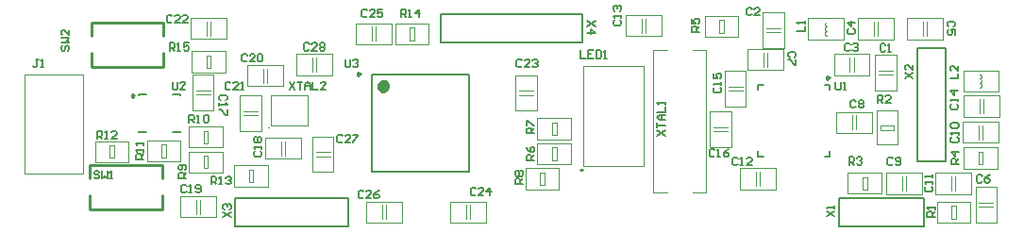
<source format=gto>
G04 Layer_Color=65535*
%FSLAX25Y25*%
%MOIN*%
G70*
G01*
G75*
%ADD31C,0.01000*%
%ADD38C,0.00984*%
%ADD39C,0.00591*%
%ADD40C,0.02362*%
%ADD41C,0.00394*%
%ADD42C,0.00787*%
D31*
X354724Y243110D02*
Y248031D01*
X329134Y243110D02*
X354724D01*
X329134D02*
Y248031D01*
Y253937D02*
Y258858D01*
X354724D01*
Y253937D02*
Y258858D01*
X329626Y304331D02*
Y309252D01*
X355217D01*
Y304331D02*
Y309252D01*
Y293504D02*
Y298425D01*
X329626Y293504D02*
X355217D01*
X329626D02*
Y298425D01*
D38*
X590256Y289665D02*
X589518Y290092D01*
Y289239D01*
X590256Y289665D01*
X503150Y257185D02*
X502362D01*
X503150D01*
X424606Y290945D02*
X423868Y291371D01*
Y290519D01*
X424606Y290945D01*
X344783Y283268D02*
X344045Y283694D01*
Y282841D01*
X344783Y283268D01*
D39*
X392516Y272086D02*
X392520Y272047D01*
X610104Y301213D02*
X609645Y301672D01*
X608727D01*
X608268Y301213D01*
Y299377D01*
X608727Y298917D01*
X609645D01*
X610104Y299377D01*
X611023Y298917D02*
X611941D01*
X611482D01*
Y301672D01*
X611023Y301213D01*
X562959Y313910D02*
X562500Y314369D01*
X561581D01*
X561122Y313910D01*
Y312073D01*
X561581Y311614D01*
X562500D01*
X562959Y312073D01*
X565714Y311614D02*
X563877D01*
X565714Y313451D01*
Y313910D01*
X565255Y314369D01*
X564336D01*
X563877Y313910D01*
X597604Y301410D02*
X597145Y301869D01*
X596227D01*
X595768Y301410D01*
Y299573D01*
X596227Y299114D01*
X597145D01*
X597604Y299573D01*
X598523Y301410D02*
X598982Y301869D01*
X599900D01*
X600359Y301410D01*
Y300951D01*
X599900Y300492D01*
X599441D01*
X599900D01*
X600359Y300032D01*
Y299573D01*
X599900Y299114D01*
X598982D01*
X598523Y299573D01*
X597015Y306955D02*
X596556Y306496D01*
Y305577D01*
X597015Y305118D01*
X598852D01*
X599311Y305577D01*
Y306496D01*
X598852Y306955D01*
X599311Y309251D02*
X596556D01*
X597933Y307873D01*
Y309710D01*
X634186Y307612D02*
X634645Y308071D01*
Y308990D01*
X634186Y309449D01*
X632349D01*
X631890Y308990D01*
Y308071D01*
X632349Y307612D01*
X634645Y304857D02*
Y306694D01*
X633267D01*
X633726Y305775D01*
Y305316D01*
X633267Y304857D01*
X632349D01*
X631890Y305316D01*
Y306235D01*
X632349Y306694D01*
X644258Y254855D02*
X643799Y255314D01*
X642880D01*
X642421Y254855D01*
Y253018D01*
X642880Y252559D01*
X643799D01*
X644258Y253018D01*
X647013Y255314D02*
X646095Y254855D01*
X645176Y253937D01*
Y253018D01*
X645636Y252559D01*
X646554D01*
X647013Y253018D01*
Y253477D01*
X646554Y253937D01*
X645176D01*
X578083Y296884D02*
X578542Y297343D01*
Y298261D01*
X578083Y298721D01*
X576247D01*
X575787Y298261D01*
Y297343D01*
X576247Y296884D01*
X578542Y295966D02*
Y294129D01*
X578083D01*
X576247Y295966D01*
X575787D01*
X599642Y281233D02*
X599183Y281692D01*
X598264D01*
X597805Y281233D01*
Y279396D01*
X598264Y278937D01*
X599183D01*
X599642Y279396D01*
X600560Y281233D02*
X601019Y281692D01*
X601938D01*
X602397Y281233D01*
Y280774D01*
X601938Y280314D01*
X602397Y279855D01*
Y279396D01*
X601938Y278937D01*
X601019D01*
X600560Y279396D01*
Y279855D01*
X601019Y280314D01*
X600560Y280774D01*
Y281233D01*
X601019Y280314D02*
X601938D01*
X612690Y261059D02*
X612231Y261518D01*
X611313D01*
X610853Y261059D01*
Y259222D01*
X611313Y258763D01*
X612231D01*
X612690Y259222D01*
X613609D02*
X614068Y258763D01*
X614986D01*
X615445Y259222D01*
Y261059D01*
X614986Y261518D01*
X614068D01*
X613609Y261059D01*
Y260600D01*
X614068Y260140D01*
X615445D01*
X633629Y268632D02*
X633170Y268173D01*
Y267255D01*
X633629Y266796D01*
X635466D01*
X635925Y267255D01*
Y268173D01*
X635466Y268632D01*
X635925Y269551D02*
Y270469D01*
Y270010D01*
X633170D01*
X633629Y269551D01*
Y271847D02*
X633170Y272306D01*
Y273224D01*
X633629Y273683D01*
X635466D01*
X635925Y273224D01*
Y272306D01*
X635466Y271847D01*
X633629D01*
X624476Y251246D02*
X624017Y250787D01*
Y249869D01*
X624476Y249410D01*
X626312D01*
X626772Y249869D01*
Y250787D01*
X626312Y251246D01*
X626772Y252165D02*
Y253083D01*
Y252624D01*
X624017D01*
X624476Y252165D01*
X626772Y254460D02*
Y255379D01*
Y254920D01*
X624017D01*
X624476Y254460D01*
X557939Y261056D02*
X557480Y261515D01*
X556562D01*
X556102Y261056D01*
Y259219D01*
X556562Y258760D01*
X557480D01*
X557939Y259219D01*
X558857Y258760D02*
X559776D01*
X559317D01*
Y261515D01*
X558857Y261056D01*
X562990Y258760D02*
X561153D01*
X562990Y260596D01*
Y261056D01*
X562531Y261515D01*
X561612D01*
X561153Y261056D01*
X514535Y310006D02*
X514076Y309547D01*
Y308629D01*
X514535Y308169D01*
X516371D01*
X516831Y308629D01*
Y309547D01*
X516371Y310006D01*
X516831Y310924D02*
Y311843D01*
Y311384D01*
X514076D01*
X514535Y310924D01*
Y313220D02*
X514076Y313679D01*
Y314598D01*
X514535Y315057D01*
X514994D01*
X515453Y314598D01*
Y314139D01*
Y314598D01*
X515912Y315057D01*
X516371D01*
X516831Y314598D01*
Y313679D01*
X516371Y313220D01*
X633531Y280380D02*
X633072Y279921D01*
Y279002D01*
X633531Y278543D01*
X635368D01*
X635827Y279002D01*
Y279921D01*
X635368Y280380D01*
X635827Y281298D02*
Y282217D01*
Y281757D01*
X633072D01*
X633531Y281298D01*
X635827Y284972D02*
X633072D01*
X634449Y283594D01*
Y285431D01*
X549869Y286187D02*
X549410Y285728D01*
Y284810D01*
X549869Y284350D01*
X551706D01*
X552165Y284810D01*
Y285728D01*
X551706Y286187D01*
X552165Y287105D02*
Y288024D01*
Y287565D01*
X549410D01*
X549869Y287105D01*
X549410Y291238D02*
Y289401D01*
X550788D01*
X550329Y290320D01*
Y290779D01*
X550788Y291238D01*
X551706D01*
X552165Y290779D01*
Y289860D01*
X551706Y289401D01*
X549770Y264008D02*
X549311Y264468D01*
X548392D01*
X547933Y264008D01*
Y262172D01*
X548392Y261713D01*
X549311D01*
X549770Y262172D01*
X550688Y261713D02*
X551606D01*
X551147D01*
Y264468D01*
X550688Y264008D01*
X554821Y264468D02*
X553902Y264008D01*
X552984Y263090D01*
Y262172D01*
X553443Y261713D01*
X554361D01*
X554821Y262172D01*
Y262631D01*
X554361Y263090D01*
X552984D01*
X377099Y281628D02*
X377558Y282087D01*
Y283005D01*
X377099Y283465D01*
X375262D01*
X374803Y283005D01*
Y282087D01*
X375262Y281628D01*
X374803Y280710D02*
Y279791D01*
Y280250D01*
X377558D01*
X377099Y280710D01*
X377558Y278414D02*
Y276577D01*
X377099D01*
X375262Y278414D01*
X374803D01*
X387468Y263648D02*
X387009Y263189D01*
Y262270D01*
X387468Y261811D01*
X389305D01*
X389764Y262270D01*
Y263189D01*
X389305Y263648D01*
X389764Y264566D02*
Y265484D01*
Y265025D01*
X387009D01*
X387468Y264566D01*
Y266862D02*
X387009Y267321D01*
Y268239D01*
X387468Y268699D01*
X387927D01*
X388386Y268239D01*
X388845Y268699D01*
X389305D01*
X389764Y268239D01*
Y267321D01*
X389305Y266862D01*
X388845D01*
X388386Y267321D01*
X387927Y266862D01*
X387468D01*
X388386Y267321D02*
Y268239D01*
X363254Y251312D02*
X362795Y251771D01*
X361877D01*
X361417Y251312D01*
Y249475D01*
X361877Y249016D01*
X362795D01*
X363254Y249475D01*
X364172Y249016D02*
X365091D01*
X364632D01*
Y251771D01*
X364172Y251312D01*
X366468Y249475D02*
X366927Y249016D01*
X367846D01*
X368305Y249475D01*
Y251312D01*
X367846Y251771D01*
X366927D01*
X366468Y251312D01*
Y250852D01*
X366927Y250393D01*
X368305D01*
X384711Y297579D02*
X384251Y298039D01*
X383333D01*
X382874Y297579D01*
Y295743D01*
X383333Y295284D01*
X384251D01*
X384711Y295743D01*
X387466Y295284D02*
X385629D01*
X387466Y297120D01*
Y297579D01*
X387007Y298039D01*
X386088D01*
X385629Y297579D01*
X388384D02*
X388843Y298039D01*
X389762D01*
X390221Y297579D01*
Y295743D01*
X389762Y295284D01*
X388843D01*
X388384Y295743D01*
Y297579D01*
X378805Y287729D02*
X378346Y288188D01*
X377428D01*
X376969Y287729D01*
Y285892D01*
X377428Y285433D01*
X378346D01*
X378805Y285892D01*
X381560Y285433D02*
X379724D01*
X381560Y287270D01*
Y287729D01*
X381101Y288188D01*
X380183D01*
X379724Y287729D01*
X382478Y285433D02*
X383397D01*
X382938D01*
Y288188D01*
X382478Y287729D01*
X358136Y311351D02*
X357677Y311810D01*
X356758D01*
X356299Y311351D01*
Y309514D01*
X356758Y309055D01*
X357677D01*
X358136Y309514D01*
X360891Y309055D02*
X359054D01*
X360891Y310892D01*
Y311351D01*
X360432Y311810D01*
X359513D01*
X359054Y311351D01*
X363646Y309055D02*
X361809D01*
X363646Y310892D01*
Y311351D01*
X363187Y311810D01*
X362268D01*
X361809Y311351D01*
X481721Y295599D02*
X481262Y296058D01*
X480343D01*
X479884Y295599D01*
Y293762D01*
X480343Y293303D01*
X481262D01*
X481721Y293762D01*
X484476Y293303D02*
X482639D01*
X484476Y295140D01*
Y295599D01*
X484017Y296058D01*
X483098D01*
X482639Y295599D01*
X485394D02*
X485853Y296058D01*
X486772D01*
X487231Y295599D01*
Y295140D01*
X486772Y294681D01*
X486313D01*
X486772D01*
X487231Y294221D01*
Y293762D01*
X486772Y293303D01*
X485853D01*
X485394Y293762D01*
X465419Y250327D02*
X464960Y250786D01*
X464042D01*
X463583Y250327D01*
Y248491D01*
X464042Y248031D01*
X464960D01*
X465419Y248491D01*
X468174Y248031D02*
X466338D01*
X468174Y249868D01*
Y250327D01*
X467715Y250786D01*
X466797D01*
X466338Y250327D01*
X470470Y248031D02*
Y250786D01*
X469093Y249409D01*
X470929D01*
X427026Y313319D02*
X426567Y313779D01*
X425648D01*
X425189Y313319D01*
Y311483D01*
X425648Y311024D01*
X426567D01*
X427026Y311483D01*
X429781Y311024D02*
X427944D01*
X429781Y312860D01*
Y313319D01*
X429321Y313779D01*
X428403D01*
X427944Y313319D01*
X432536Y313779D02*
X430699D01*
Y312401D01*
X431617Y312860D01*
X432077D01*
X432536Y312401D01*
Y311483D01*
X432077Y311024D01*
X431158D01*
X430699Y311483D01*
X425753Y249325D02*
X425294Y249784D01*
X424375D01*
X423916Y249325D01*
Y247488D01*
X424375Y247029D01*
X425294D01*
X425753Y247488D01*
X428508Y247029D02*
X426671D01*
X428508Y248866D01*
Y249325D01*
X428049Y249784D01*
X427131D01*
X426671Y249325D01*
X431263Y249784D02*
X430345Y249325D01*
X429426Y248407D01*
Y247488D01*
X429886Y247029D01*
X430804D01*
X431263Y247488D01*
Y247948D01*
X430804Y248407D01*
X429426D01*
X418372Y269028D02*
X417913Y269487D01*
X416995D01*
X416535Y269028D01*
Y267191D01*
X416995Y266732D01*
X417913D01*
X418372Y267191D01*
X421127Y266732D02*
X419290D01*
X421127Y268569D01*
Y269028D01*
X420668Y269487D01*
X419750D01*
X419290Y269028D01*
X422046Y269487D02*
X423882D01*
Y269028D01*
X422046Y267191D01*
Y266732D01*
X406561Y301508D02*
X406102Y301968D01*
X405184D01*
X404724Y301508D01*
Y299672D01*
X405184Y299213D01*
X406102D01*
X406561Y299672D01*
X409316Y299213D02*
X407479D01*
X409316Y301049D01*
Y301508D01*
X408857Y301968D01*
X407939D01*
X407479Y301508D01*
X410234D02*
X410694Y301968D01*
X411612D01*
X412071Y301508D01*
Y301049D01*
X411612Y300590D01*
X412071Y300131D01*
Y299672D01*
X411612Y299213D01*
X410694D01*
X410234Y299672D01*
Y300131D01*
X410694Y300590D01*
X410234Y301049D01*
Y301508D01*
X410694Y300590D02*
X411612D01*
X578839Y306004D02*
X581595D01*
Y307841D01*
Y308759D02*
Y309677D01*
Y309218D01*
X578839D01*
X579299Y308759D01*
X633072Y289280D02*
X635827D01*
Y291116D01*
Y293871D02*
Y292035D01*
X633990Y293871D01*
X633531D01*
X633072Y293412D01*
Y292494D01*
X633531Y292035D01*
X502460Y299343D02*
Y296588D01*
X504296D01*
X507052Y299343D02*
X505215D01*
Y296588D01*
X507052D01*
X505215Y297966D02*
X506133D01*
X507970Y299343D02*
Y296588D01*
X509347D01*
X509807Y297047D01*
Y298884D01*
X509347Y299343D01*
X507970D01*
X510725Y296588D02*
X511643D01*
X511184D01*
Y299343D01*
X510725Y298884D01*
X627559Y240453D02*
X624804D01*
Y241830D01*
X625263Y242289D01*
X626182D01*
X626641Y241830D01*
Y240453D01*
Y241371D02*
X627559Y242289D01*
Y243208D02*
Y244126D01*
Y243667D01*
X624804D01*
X625263Y243208D01*
X607335Y280713D02*
Y283468D01*
X608712D01*
X609171Y283008D01*
Y282090D01*
X608712Y281631D01*
X607335D01*
X608253D02*
X609171Y280713D01*
X611926D02*
X610090D01*
X611926Y282549D01*
Y283008D01*
X611467Y283468D01*
X610549D01*
X610090Y283008D01*
X597260Y258894D02*
Y261649D01*
X598637D01*
X599096Y261190D01*
Y260271D01*
X598637Y259812D01*
X597260D01*
X598178D02*
X599096Y258894D01*
X600015Y261190D02*
X600474Y261649D01*
X601392D01*
X601852Y261190D01*
Y260730D01*
X601392Y260271D01*
X600933D01*
X601392D01*
X601852Y259812D01*
Y259353D01*
X601392Y258894D01*
X600474D01*
X600015Y259353D01*
X636024Y259154D02*
X633269D01*
Y260531D01*
X633728Y260990D01*
X634646D01*
X635105Y260531D01*
Y259154D01*
Y260072D02*
X636024Y260990D01*
Y263286D02*
X633269D01*
X634646Y261909D01*
Y263745D01*
X544390Y305906D02*
X541635D01*
Y307283D01*
X542094Y307742D01*
X543012D01*
X543471Y307283D01*
Y305906D01*
Y306824D02*
X544390Y307742D01*
X541635Y310497D02*
Y308661D01*
X543012D01*
X542553Y309579D01*
Y310038D01*
X543012Y310497D01*
X543931D01*
X544390Y310038D01*
Y309120D01*
X543931Y308661D01*
X486122Y260531D02*
X483367D01*
Y261909D01*
X483826Y262368D01*
X484745D01*
X485204Y261909D01*
Y260531D01*
Y261450D02*
X486122Y262368D01*
X483367Y265123D02*
X483826Y264205D01*
X484745Y263286D01*
X485663D01*
X486122Y263746D01*
Y264664D01*
X485663Y265123D01*
X485204D01*
X484745Y264664D01*
Y263286D01*
X486024Y269980D02*
X483269D01*
Y271358D01*
X483728Y271817D01*
X484646D01*
X485105Y271358D01*
Y269980D01*
Y270899D02*
X486024Y271817D01*
X483269Y272735D02*
Y274572D01*
X483728D01*
X485565Y272735D01*
X486024D01*
X482087Y252165D02*
X479332D01*
Y253543D01*
X479791Y254002D01*
X480709D01*
X481168Y253543D01*
Y252165D01*
Y253084D02*
X482087Y254002D01*
X479791Y254920D02*
X479332Y255380D01*
Y256298D01*
X479791Y256757D01*
X480250D01*
X480709Y256298D01*
X481168Y256757D01*
X481627D01*
X482087Y256298D01*
Y255380D01*
X481627Y254920D01*
X481168D01*
X480709Y255380D01*
X480250Y254920D01*
X479791D01*
X480709Y255380D02*
Y256298D01*
X363189Y254256D02*
X360434D01*
Y255633D01*
X360893Y256093D01*
X361811D01*
X362271Y255633D01*
Y254256D01*
Y255174D02*
X363189Y256093D01*
X362730Y257011D02*
X363189Y257470D01*
Y258388D01*
X362730Y258848D01*
X360893D01*
X360434Y258388D01*
Y257470D01*
X360893Y257011D01*
X361352D01*
X361811Y257470D01*
Y258848D01*
X364173Y273819D02*
Y276574D01*
X365551D01*
X366010Y276115D01*
Y275196D01*
X365551Y274737D01*
X364173D01*
X365092D02*
X366010Y273819D01*
X366928D02*
X367847D01*
X367387D01*
Y276574D01*
X366928Y276115D01*
X369224D02*
X369683Y276574D01*
X370602D01*
X371061Y276115D01*
Y274278D01*
X370602Y273819D01*
X369683D01*
X369224Y274278D01*
Y276115D01*
X348181Y260827D02*
X345426D01*
Y262204D01*
X345885Y262664D01*
X346804D01*
X347263Y262204D01*
Y260827D01*
Y261745D02*
X348181Y262664D01*
Y263582D02*
Y264500D01*
Y264041D01*
X345426D01*
X345885Y263582D01*
X348181Y265878D02*
Y266796D01*
Y266337D01*
X345426D01*
X345885Y265878D01*
X331693Y268012D02*
Y270767D01*
X333070D01*
X333530Y270308D01*
Y269389D01*
X333070Y268930D01*
X331693D01*
X332611D02*
X333530Y268012D01*
X334448D02*
X335366D01*
X334907D01*
Y270767D01*
X334448Y270308D01*
X338580Y268012D02*
X336744D01*
X338580Y269848D01*
Y270308D01*
X338121Y270767D01*
X337203D01*
X336744Y270308D01*
X372047Y251969D02*
Y254724D01*
X373425D01*
X373884Y254264D01*
Y253346D01*
X373425Y252887D01*
X372047D01*
X372966D02*
X373884Y251969D01*
X374802D02*
X375721D01*
X375261D01*
Y254724D01*
X374802Y254264D01*
X377098D02*
X377557Y254724D01*
X378476D01*
X378935Y254264D01*
Y253805D01*
X378476Y253346D01*
X378016D01*
X378476D01*
X378935Y252887D01*
Y252428D01*
X378476Y251969D01*
X377557D01*
X377098Y252428D01*
X438976Y311024D02*
Y313779D01*
X440354D01*
X440813Y313319D01*
Y312401D01*
X440354Y311942D01*
X438976D01*
X439895D02*
X440813Y311024D01*
X441731D02*
X442650D01*
X442191D01*
Y313779D01*
X441731Y313319D01*
X445405Y311024D02*
Y313779D01*
X444027Y312401D01*
X445864D01*
X357283Y299213D02*
Y301968D01*
X358661D01*
X359120Y301508D01*
Y300590D01*
X358661Y300131D01*
X357283D01*
X358202D02*
X359120Y299213D01*
X360038D02*
X360957D01*
X360498D01*
Y301968D01*
X360038Y301508D01*
X364171Y301968D02*
X362334D01*
Y300590D01*
X363253Y301049D01*
X363712D01*
X364171Y300590D01*
Y299672D01*
X363712Y299213D01*
X362793D01*
X362334Y299672D01*
X332545Y256233D02*
X332086Y256692D01*
X331168D01*
X330709Y256233D01*
Y255774D01*
X331168Y255314D01*
X332086D01*
X332545Y254855D01*
Y254396D01*
X332086Y253937D01*
X331168D01*
X330709Y254396D01*
X333464Y256692D02*
Y253937D01*
X334382Y254855D01*
X335300Y253937D01*
Y256692D01*
X336219Y253937D02*
X337137D01*
X336678D01*
Y256692D01*
X336219Y256233D01*
X319554Y301049D02*
X319095Y300590D01*
Y299672D01*
X319554Y299213D01*
X320014D01*
X320473Y299672D01*
Y300590D01*
X320932Y301049D01*
X321391D01*
X321850Y300590D01*
Y299672D01*
X321391Y299213D01*
X319095Y301968D02*
X321850D01*
X320932Y302886D01*
X321850Y303804D01*
X319095D01*
X321850Y306559D02*
Y304723D01*
X320014Y306559D01*
X319554D01*
X319095Y306100D01*
Y305182D01*
X319554Y304723D01*
X592520Y288188D02*
Y285892D01*
X592979Y285433D01*
X593897D01*
X594356Y285892D01*
Y288188D01*
X595275Y285433D02*
X596193D01*
X595734D01*
Y288188D01*
X595275Y287729D01*
X358268Y288188D02*
Y285892D01*
X358727Y285433D01*
X359645D01*
X360104Y285892D01*
Y288188D01*
X362859Y285433D02*
X361023D01*
X362859Y287270D01*
Y287729D01*
X362400Y288188D01*
X361482D01*
X361023Y287729D01*
X419291Y296062D02*
Y293766D01*
X419750Y293307D01*
X420669D01*
X421128Y293766D01*
Y296062D01*
X422046Y295603D02*
X422506Y296062D01*
X423424D01*
X423883Y295603D01*
Y295144D01*
X423424Y294685D01*
X422965D01*
X423424D01*
X423883Y294225D01*
Y293766D01*
X423424Y293307D01*
X422506D01*
X422046Y293766D01*
X589371Y240650D02*
X592126Y242486D01*
X589371D02*
X592126Y240650D01*
Y243405D02*
Y244323D01*
Y243864D01*
X589371D01*
X589830Y243405D01*
X617028Y289567D02*
X619783Y291404D01*
X617028D02*
X619783Y289567D01*
Y294159D02*
Y292322D01*
X617947Y294159D01*
X617488D01*
X617028Y293700D01*
Y292781D01*
X617488Y292322D01*
X376182Y240354D02*
X378937Y242191D01*
X376182D02*
X378937Y240354D01*
X376641Y243109D02*
X376182Y243568D01*
Y244487D01*
X376641Y244946D01*
X377100D01*
X377559Y244487D01*
Y244028D01*
Y244487D01*
X378019Y244946D01*
X378478D01*
X378937Y244487D01*
Y243568D01*
X378478Y243109D01*
X507578Y309646D02*
X504823Y307809D01*
X507578D02*
X504823Y309646D01*
Y305513D02*
X507578D01*
X506200Y306891D01*
Y305054D01*
X529528Y269193D02*
X532283Y271030D01*
X529528D02*
X532283Y269193D01*
X529528Y271948D02*
Y273785D01*
Y272866D01*
X532283D01*
Y274703D02*
X530447D01*
X529528Y275621D01*
X530447Y276540D01*
X532283D01*
X530906D01*
Y274703D01*
X529528Y277458D02*
X532283D01*
Y279295D01*
Y280213D02*
Y281131D01*
Y280672D01*
X529528D01*
X529988Y280213D01*
X399606Y288188D02*
X401443Y285433D01*
Y288188D02*
X399606Y285433D01*
X402361Y288188D02*
X404198D01*
X403280D01*
Y285433D01*
X405116D02*
Y287270D01*
X406035Y288188D01*
X406953Y287270D01*
Y285433D01*
Y286811D01*
X405116D01*
X407871Y288188D02*
Y285433D01*
X409708D01*
X412463D02*
X410626D01*
X412463Y287270D01*
Y287729D01*
X412004Y288188D01*
X411086D01*
X410626Y287729D01*
X310892Y296062D02*
X309974D01*
X310433D01*
Y293766D01*
X309974Y293307D01*
X309514D01*
X309055Y293766D01*
X311810Y293307D02*
X312729D01*
X312269D01*
Y296062D01*
X311810Y295603D01*
D40*
X433858Y286713D02*
X433414Y287636D01*
X432414Y287864D01*
X431613Y287225D01*
Y286200D01*
X432414Y285561D01*
X433414Y285789D01*
X433858Y286713D01*
D41*
X643498Y286084D02*
X644191Y286484D01*
Y287284D01*
X643498Y287684D01*
X644191Y288084D01*
Y288884D01*
X643498Y289284D01*
X644191Y289684D01*
Y290484D01*
X643498Y290884D01*
X589376Y309290D02*
X588684Y308890D01*
Y308090D01*
X589376Y307690D01*
X588684Y307290D01*
Y306490D01*
X589376Y306090D01*
X588684Y305690D01*
Y304890D01*
X589376Y304490D01*
X610433Y248543D02*
Y256024D01*
Y248543D02*
X623032D01*
X610433Y256024D02*
X623032D01*
Y248543D02*
Y256024D01*
X616032Y249783D02*
Y254784D01*
X617432Y249783D02*
Y254784D01*
X596850Y248622D02*
Y256102D01*
Y248622D02*
X608661D01*
X596850Y256102D02*
X608661D01*
Y248622D02*
Y256102D01*
X601956Y250162D02*
Y254562D01*
X603556D01*
Y250162D02*
Y254562D01*
X601956Y250162D02*
X603556D01*
X606988Y277953D02*
X614468D01*
X606988Y266142D02*
Y277953D01*
X614468Y266142D02*
Y277953D01*
X606988Y266142D02*
X614468D01*
X608528Y272847D02*
X612928D01*
Y271247D02*
Y272847D01*
X608528Y271247D02*
X612928D01*
X608528D02*
Y272847D01*
X503543Y293799D02*
X524803D01*
X503543Y258366D02*
Y293799D01*
Y258366D02*
X524803D01*
Y293799D01*
X479528Y290551D02*
X487008D01*
X479528Y277953D02*
Y290551D01*
X487008Y277953D02*
Y290551D01*
X479528Y277953D02*
X487008D01*
X480768Y284952D02*
X485768D01*
X480768Y283552D02*
X485768D01*
X461898Y239626D02*
Y244626D01*
X463298Y239626D02*
Y244626D01*
X456299Y238386D02*
Y245866D01*
Y238386D02*
X468898D01*
X456299Y245866D02*
X468898D01*
Y238386D02*
Y245866D01*
X393110Y283465D02*
X406102D01*
Y272835D02*
Y283465D01*
X393110Y272835D02*
X406102D01*
X393110D02*
Y283465D01*
X408917Y263298D02*
X413917D01*
X408917Y261898D02*
X413917D01*
X407677Y268898D02*
X415158D01*
X407677Y256299D02*
Y268898D01*
X415158Y256299D02*
Y268898D01*
X407677Y256299D02*
X415158D01*
X432371Y239626D02*
Y244626D01*
X433771Y239626D02*
Y244626D01*
X426772Y238386D02*
Y245866D01*
Y238386D02*
X439370D01*
X426772Y245866D02*
X439370D01*
Y238386D02*
Y245866D01*
X383327Y276269D02*
X388327D01*
X383327Y277668D02*
X388327D01*
X382087Y270669D02*
X389567D01*
Y283268D01*
X382087Y270669D02*
Y283268D01*
X389567D01*
X442113Y302918D02*
X443713D01*
Y307318D01*
X442113D02*
X443713D01*
X442113Y302918D02*
Y307318D01*
X448819Y301378D02*
Y308858D01*
X437008D02*
X448819D01*
X437008Y301378D02*
X448819D01*
X437008D02*
Y308858D01*
X430023Y302618D02*
Y307618D01*
X428623Y302618D02*
Y307618D01*
X435622Y301378D02*
Y308858D01*
X423024D02*
X435622D01*
X423024Y301378D02*
X435622D01*
X423024D02*
Y308858D01*
X407765Y291791D02*
Y296791D01*
X409165Y291791D02*
Y296791D01*
X402165Y290551D02*
Y298031D01*
Y290551D02*
X414764D01*
X402165Y298031D02*
X414764D01*
Y290551D02*
Y298031D01*
X391645Y287854D02*
Y292854D01*
X390245Y287854D02*
Y292854D01*
X397244Y286614D02*
Y294094D01*
X384646D02*
X397244D01*
X384646Y286614D02*
X397244D01*
X384646D02*
Y294094D01*
X370363Y304587D02*
Y309587D01*
X371763Y304587D02*
Y309587D01*
X364764Y303346D02*
Y310827D01*
Y303346D02*
X377362D01*
X364764Y310827D02*
X377362D01*
Y303346D02*
Y310827D01*
X370263Y293084D02*
X371863D01*
Y297483D01*
X370263D02*
X371863D01*
X370263Y293084D02*
Y297483D01*
X376969Y291543D02*
Y299024D01*
X365158D02*
X376969D01*
X365158Y291543D02*
X376969D01*
X365158D02*
Y299024D01*
X385224Y252721D02*
X386824D01*
Y257121D01*
X385224D02*
X386824D01*
X385224Y252721D02*
Y257121D01*
X391929Y251181D02*
Y258661D01*
X380118D02*
X391929D01*
X380118Y251181D02*
X391929D01*
X380118D02*
Y258661D01*
X336011Y265684D02*
X337611D01*
X336011Y261284D02*
Y265684D01*
Y261284D02*
X337611D01*
Y265684D01*
X330906Y259744D02*
Y267224D01*
Y259744D02*
X342717D01*
X330906Y267224D02*
X342717D01*
Y259744D02*
Y267224D01*
X354515Y265980D02*
X356115D01*
X354515Y261579D02*
Y265980D01*
Y261579D02*
X356115D01*
Y265980D01*
X349410Y260039D02*
Y267520D01*
Y260039D02*
X361221D01*
X349410Y267520D02*
X361221D01*
Y260039D02*
Y267520D01*
X366595Y283749D02*
X371595D01*
X366595Y285149D02*
X371595D01*
X365354Y278150D02*
X372835D01*
Y290748D01*
X365354Y278150D02*
Y290748D01*
X372835D01*
X369279Y270901D02*
X370879D01*
X369279Y266501D02*
Y270901D01*
Y266501D02*
X370879D01*
Y270901D01*
X364173Y264961D02*
Y272441D01*
Y264961D02*
X375984D01*
X364173Y272441D02*
X375984D01*
Y264961D02*
Y272441D01*
X369279Y262042D02*
X370879D01*
X369279Y257643D02*
Y262042D01*
Y257643D02*
X370879D01*
Y262042D01*
X364173Y256102D02*
Y263583D01*
Y256102D02*
X375984D01*
X364173Y263583D02*
X375984D01*
Y256102D02*
Y263583D01*
X368023Y241595D02*
Y246595D01*
X366623Y241595D02*
Y246595D01*
X373622Y240354D02*
Y247835D01*
X361024D02*
X373622D01*
X361024Y240354D02*
X373622D01*
X361024D02*
Y247835D01*
X396741Y262264D02*
Y267264D01*
X398141Y262264D02*
Y267264D01*
X391142Y261024D02*
Y268504D01*
Y261024D02*
X403740D01*
X391142Y268504D02*
X403740D01*
Y261024D02*
Y268504D01*
X492310Y273853D02*
X493910D01*
X492310Y269454D02*
Y273853D01*
Y269454D02*
X493910D01*
Y273853D01*
X487205Y267913D02*
Y275394D01*
Y267913D02*
X499016D01*
X487205Y275394D02*
X499016D01*
Y267913D02*
Y275394D01*
X492310Y264995D02*
X493910D01*
X492310Y260595D02*
Y264995D01*
Y260595D02*
X493910D01*
Y264995D01*
X487205Y259055D02*
Y266535D01*
Y259055D02*
X499016D01*
X487205Y266535D02*
X499016D01*
Y259055D02*
Y266535D01*
X488176Y256137D02*
X489776D01*
X488176Y251737D02*
Y256137D01*
Y251737D02*
X489776D01*
Y256137D01*
X483071Y250197D02*
Y257677D01*
Y250197D02*
X494882D01*
X483071Y257677D02*
X494882D01*
Y250197D02*
Y257677D01*
X549370Y272255D02*
X554370D01*
X549370Y270855D02*
X554370D01*
X548130Y277854D02*
X555610D01*
X548130Y265256D02*
Y277854D01*
X555610Y265256D02*
Y277854D01*
X548130Y265256D02*
X555610D01*
X565661Y251437D02*
Y256437D01*
X564261Y251437D02*
Y256437D01*
X571260Y250197D02*
Y257677D01*
X558661D02*
X571260D01*
X558661Y250197D02*
X571260D01*
X558661D02*
Y257677D01*
X568128Y305599D02*
X573128D01*
X568128Y306999D02*
X573128D01*
X566888Y300000D02*
X574368D01*
Y312598D01*
X566888Y300000D02*
Y312598D01*
X574368D01*
X567115Y293563D02*
Y298563D01*
X568515Y293563D02*
Y298563D01*
X561516Y292323D02*
Y299803D01*
Y292323D02*
X574114D01*
X561516Y299803D02*
X574114D01*
Y292323D02*
Y299803D01*
X554587Y285020D02*
X559587D01*
X554587Y286420D02*
X559587D01*
X553346Y279421D02*
X560827D01*
Y292020D01*
X553346Y279421D02*
Y292020D01*
X560827D01*
X599716Y271319D02*
Y276319D01*
X598316Y271319D02*
Y276319D01*
X605315Y270079D02*
Y277559D01*
X592717D02*
X605315D01*
X592717Y270079D02*
X605315D01*
X592717D02*
Y277559D01*
X597528Y291791D02*
Y296791D01*
X598928Y291791D02*
Y296791D01*
X591929Y290551D02*
Y298031D01*
Y290551D02*
X604528D01*
X591929Y298031D02*
X604528D01*
Y290551D02*
Y298031D01*
X607736Y290639D02*
X612736D01*
X607736Y292039D02*
X612736D01*
X606496Y285039D02*
X613976D01*
Y297638D01*
X606496Y285039D02*
Y297638D01*
X613976D01*
X650197Y284744D02*
Y292224D01*
X637598D02*
X650197D01*
X637598Y284744D02*
X650197D01*
X637598D02*
Y292224D01*
X582677Y303150D02*
Y310630D01*
Y303150D02*
X595276D01*
X582677Y310630D02*
X595276D01*
Y303150D02*
Y310630D01*
X607295Y304488D02*
Y309488D01*
X605895Y304488D02*
Y309488D01*
X612894Y303248D02*
Y310728D01*
X600295D02*
X612894D01*
X600295Y303248D02*
X612894D01*
X600295D02*
Y310728D01*
X633354Y239926D02*
X634953D01*
Y244326D01*
X633354D02*
X634953D01*
X633354Y239926D02*
Y244326D01*
X640059Y238386D02*
Y245866D01*
X628248D02*
X640059D01*
X628248Y238386D02*
X640059D01*
X628248D02*
Y245866D01*
X643169Y243985D02*
X648169D01*
X643169Y245385D02*
X648169D01*
X641929Y238386D02*
X649409D01*
Y250984D01*
X641929Y238386D02*
Y250984D01*
X649409D01*
X633257Y249783D02*
Y254784D01*
X634657Y249783D02*
Y254784D01*
X627658Y248543D02*
Y256024D01*
Y248543D02*
X640256D01*
X627658Y256024D02*
X640256D01*
Y248543D02*
Y256024D01*
X642901Y259020D02*
X644501D01*
Y263421D01*
X642901D02*
X644501D01*
X642901Y259020D02*
Y263421D01*
X649606Y257480D02*
Y264961D01*
X637795D02*
X649606D01*
X637795Y257480D02*
X649606D01*
X637795D02*
Y264961D01*
X644499Y267874D02*
Y272874D01*
X643099Y267874D02*
Y272874D01*
X650098Y266634D02*
Y274114D01*
X637500D02*
X650098D01*
X637500Y266634D02*
X650098D01*
X637500D02*
Y274114D01*
X644696Y277126D02*
Y282126D01*
X643296Y277126D02*
Y282126D01*
X650295Y275886D02*
Y283366D01*
X637697D02*
X650295D01*
X637697Y275886D02*
X650295D01*
X637697D02*
Y283366D01*
X551365Y309976D02*
X552965D01*
X551365Y305576D02*
Y309976D01*
Y305576D02*
X552965D01*
Y309976D01*
X546260Y304035D02*
Y311516D01*
Y304035D02*
X558071D01*
X546260Y311516D02*
X558071D01*
Y304035D02*
Y311516D01*
X527953Y249081D02*
X533071D01*
X527953D02*
Y299475D01*
X533071D01*
X542126Y249081D02*
X546850D01*
Y299475D01*
X542126D02*
X546850D01*
X525405Y305571D02*
Y310571D01*
X524005Y305571D02*
Y310571D01*
X531004Y304331D02*
Y311811D01*
X518405D02*
X531004D01*
X518405Y304331D02*
X531004D01*
X518405D02*
Y311811D01*
X623316Y304390D02*
Y309390D01*
X624716Y304390D02*
Y309390D01*
X617717Y303150D02*
Y310630D01*
Y303150D02*
X630315D01*
X617717Y310630D02*
X630315D01*
Y303150D02*
Y310630D01*
X306201Y255610D02*
X326673D01*
Y290650D01*
X306201D02*
X326673D01*
X306201Y277658D02*
Y290650D01*
Y255610D02*
Y277658D01*
D42*
X565158Y285335D02*
Y287106D01*
X566929D01*
X565158Y261910D02*
Y263681D01*
Y261910D02*
X566929D01*
X588583D02*
X590354D01*
Y263681D01*
Y285335D02*
Y287106D01*
X588583D02*
X590354D01*
X428740Y256398D02*
X462992D01*
X428740Y290650D02*
X462992D01*
Y256398D02*
Y290650D01*
X428740Y256398D02*
Y290650D01*
X358465Y283661D02*
X361024D01*
X361024Y283268D02*
Y283661D01*
X358465Y270276D02*
X361024D01*
X361024D02*
Y270669D01*
X346457Y270276D02*
X349016D01*
X346457D02*
Y270669D01*
X346457Y283661D02*
X349016D01*
X346457Y283268D02*
Y283661D01*
X380512Y237126D02*
Y247126D01*
X420512D01*
X380512Y237126D02*
X420512D01*
Y247126D01*
X503031Y302087D02*
Y312087D01*
X453031Y302087D02*
X503031D01*
X453031Y312087D02*
X503031D01*
X453031Y302087D02*
Y312087D01*
X623858Y237126D02*
Y247126D01*
X593858Y237126D02*
X623858D01*
X593858D02*
Y247126D01*
X623858D01*
X621476Y260039D02*
X631476D01*
X621476D02*
Y300039D01*
X631476Y260039D02*
Y300039D01*
X621476D02*
X631476D01*
M02*

</source>
